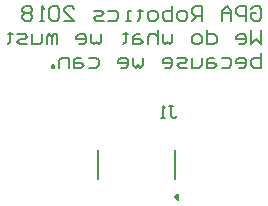
<source format=gbo>
G04 Layer_Color=32896*
%FSAX24Y24*%
%MOIN*%
G70*
G01*
G75*
%ADD25C,0.0079*%
D25*
X019651Y014919D02*
Y015903D01*
X017092Y014919D02*
Y015903D01*
X019749Y014230D02*
Y014426D01*
X019651Y014328D02*
X019749Y014230D01*
X019651Y014328D02*
X019749Y014426D01*
X022197Y020608D02*
X022279Y020690D01*
X022443D01*
X022525Y020608D01*
Y020280D01*
X022443Y020198D01*
X022279D01*
X022197Y020280D01*
Y020444D01*
X022361D01*
X022033Y020198D02*
Y020690D01*
X021787D01*
X021705Y020608D01*
Y020444D01*
X021787Y020362D01*
X022033D01*
X021541Y020198D02*
Y020526D01*
X021377Y020690D01*
X021213Y020526D01*
Y020198D01*
Y020444D01*
X021541D01*
X020557Y020198D02*
Y020690D01*
X020311D01*
X020229Y020608D01*
Y020444D01*
X020311Y020362D01*
X020557D01*
X020393D02*
X020229Y020198D01*
X019983D02*
X019819D01*
X019737Y020280D01*
Y020444D01*
X019819Y020526D01*
X019983D01*
X020065Y020444D01*
Y020280D01*
X019983Y020198D01*
X019573Y020690D02*
Y020198D01*
X019327D01*
X019245Y020280D01*
Y020362D01*
Y020444D01*
X019327Y020526D01*
X019573D01*
X018999Y020198D02*
X018835D01*
X018753Y020280D01*
Y020444D01*
X018835Y020526D01*
X018999D01*
X019081Y020444D01*
Y020280D01*
X018999Y020198D01*
X018507Y020608D02*
Y020526D01*
X018589D01*
X018425D01*
X018507D01*
Y020280D01*
X018425Y020198D01*
X018179D02*
X018015D01*
X018097D01*
Y020526D01*
X018179D01*
X017441D02*
X017687D01*
X017769Y020444D01*
Y020280D01*
X017687Y020198D01*
X017441D01*
X017277D02*
X017031D01*
X016949Y020280D01*
X017031Y020362D01*
X017195D01*
X017277Y020444D01*
X017195Y020526D01*
X016949D01*
X015965Y020198D02*
X016293D01*
X015965Y020526D01*
Y020608D01*
X016047Y020690D01*
X016211D01*
X016293Y020608D01*
X015801D02*
X015719Y020690D01*
X015555D01*
X015473Y020608D01*
Y020280D01*
X015555Y020198D01*
X015719D01*
X015801Y020280D01*
Y020608D01*
X015309Y020198D02*
X015145D01*
X015227D01*
Y020690D01*
X015309Y020608D01*
X014899D02*
X014817Y020690D01*
X014653D01*
X014571Y020608D01*
Y020526D01*
X014653Y020444D01*
X014571Y020362D01*
Y020280D01*
X014653Y020198D01*
X014817D01*
X014899Y020280D01*
Y020362D01*
X014817Y020444D01*
X014899Y020526D01*
Y020608D01*
X014817Y020444D02*
X014653D01*
X022525Y019910D02*
Y019418D01*
X022361Y019582D01*
X022197Y019418D01*
Y019910D01*
X021787Y019418D02*
X021951D01*
X022033Y019500D01*
Y019664D01*
X021951Y019746D01*
X021787D01*
X021705Y019664D01*
Y019582D01*
X022033D01*
X020721Y019910D02*
Y019418D01*
X020967D01*
X021049Y019500D01*
Y019664D01*
X020967Y019746D01*
X020721D01*
X020475Y019418D02*
X020311D01*
X020229Y019500D01*
Y019664D01*
X020311Y019746D01*
X020475D01*
X020557Y019664D01*
Y019500D01*
X020475Y019418D01*
X019573Y019746D02*
Y019500D01*
X019491Y019418D01*
X019409Y019500D01*
X019327Y019418D01*
X019245Y019500D01*
Y019746D01*
X019081Y019910D02*
Y019418D01*
Y019664D01*
X018999Y019746D01*
X018835D01*
X018753Y019664D01*
Y019418D01*
X018507Y019746D02*
X018343D01*
X018261Y019664D01*
Y019418D01*
X018507D01*
X018589Y019500D01*
X018507Y019582D01*
X018261D01*
X018015Y019828D02*
Y019746D01*
X018097D01*
X017933D01*
X018015D01*
Y019500D01*
X017933Y019418D01*
X017195Y019746D02*
Y019500D01*
X017113Y019418D01*
X017031Y019500D01*
X016949Y019418D01*
X016867Y019500D01*
Y019746D01*
X016457Y019418D02*
X016621D01*
X016703Y019500D01*
Y019664D01*
X016621Y019746D01*
X016457D01*
X016375Y019664D01*
Y019582D01*
X016703D01*
X015719Y019418D02*
Y019746D01*
X015637D01*
X015555Y019664D01*
Y019418D01*
Y019664D01*
X015473Y019746D01*
X015391Y019664D01*
Y019418D01*
X015227Y019746D02*
Y019500D01*
X015145Y019418D01*
X014899D01*
Y019746D01*
X014735Y019418D02*
X014489D01*
X014407Y019500D01*
X014489Y019582D01*
X014653D01*
X014735Y019664D01*
X014653Y019746D01*
X014407D01*
X014161Y019828D02*
Y019746D01*
X014243D01*
X014079D01*
X014161D01*
Y019500D01*
X014079Y019418D01*
X022525Y019131D02*
Y018639D01*
X022279D01*
X022197Y018721D01*
Y018803D01*
Y018885D01*
X022279Y018967D01*
X022525D01*
X021787Y018639D02*
X021951D01*
X022033Y018721D01*
Y018885D01*
X021951Y018967D01*
X021787D01*
X021705Y018885D01*
Y018803D01*
X022033D01*
X021213Y018967D02*
X021459D01*
X021541Y018885D01*
Y018721D01*
X021459Y018639D01*
X021213D01*
X020967Y018967D02*
X020803D01*
X020721Y018885D01*
Y018639D01*
X020967D01*
X021049Y018721D01*
X020967Y018803D01*
X020721D01*
X020557Y018967D02*
Y018721D01*
X020475Y018639D01*
X020229D01*
Y018967D01*
X020065Y018639D02*
X019819D01*
X019737Y018721D01*
X019819Y018803D01*
X019983D01*
X020065Y018885D01*
X019983Y018967D01*
X019737D01*
X019327Y018639D02*
X019491D01*
X019573Y018721D01*
Y018885D01*
X019491Y018967D01*
X019327D01*
X019245Y018885D01*
Y018803D01*
X019573D01*
X018589Y018967D02*
Y018721D01*
X018507Y018639D01*
X018425Y018721D01*
X018343Y018639D01*
X018261Y018721D01*
Y018967D01*
X017851Y018639D02*
X018015D01*
X018097Y018721D01*
Y018885D01*
X018015Y018967D01*
X017851D01*
X017769Y018885D01*
Y018803D01*
X018097D01*
X016785Y018967D02*
X017031D01*
X017113Y018885D01*
Y018721D01*
X017031Y018639D01*
X016785D01*
X016539Y018967D02*
X016375D01*
X016293Y018885D01*
Y018639D01*
X016539D01*
X016621Y018721D01*
X016539Y018803D01*
X016293D01*
X016129Y018639D02*
Y018967D01*
X015883D01*
X015801Y018885D01*
Y018639D01*
X015637D02*
Y018721D01*
X015555D01*
Y018639D01*
X015637D01*
X019448Y017364D02*
X019579D01*
X019513D01*
Y017036D01*
X019579Y016970D01*
X019644D01*
X019710Y017036D01*
X019316Y016970D02*
X019185D01*
X019251D01*
Y017364D01*
X019316Y017298D01*
M02*

</source>
